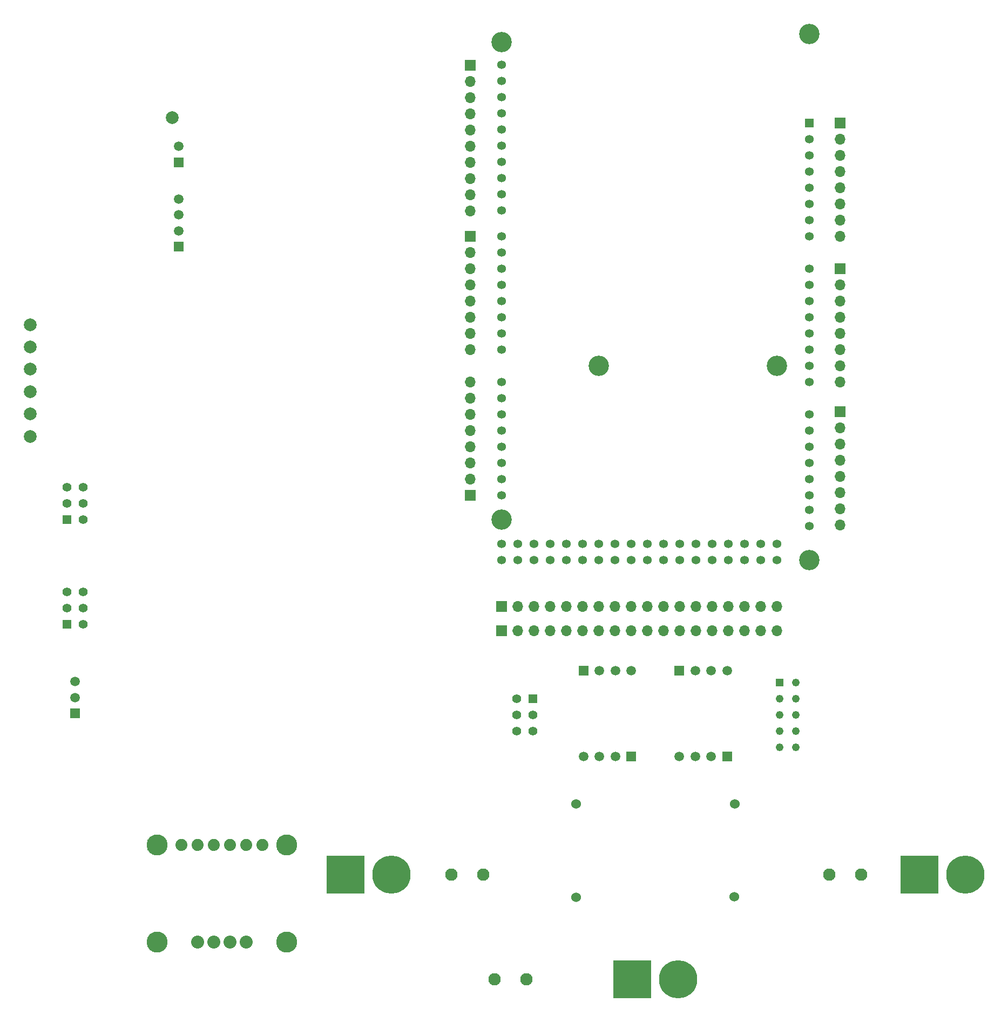
<source format=gbr>
%TF.GenerationSoftware,KiCad,Pcbnew,(6.0.9)*%
%TF.CreationDate,2023-07-09T09:32:53+10:00*%
%TF.ProjectId,Main 2.4,4d61696e-2032-42e3-942e-6b696361645f,rev?*%
%TF.SameCoordinates,Original*%
%TF.FileFunction,Soldermask,Bot*%
%TF.FilePolarity,Negative*%
%FSLAX46Y46*%
G04 Gerber Fmt 4.6, Leading zero omitted, Abs format (unit mm)*
G04 Created by KiCad (PCBNEW (6.0.9)) date 2023-07-09 09:32:53*
%MOMM*%
%LPD*%
G01*
G04 APERTURE LIST*
%ADD10C,1.879600*%
%ADD11C,2.032000*%
%ADD12C,3.301600*%
%ADD13R,1.700000X1.700000*%
%ADD14O,1.700000X1.700000*%
%ADD15C,6.000000*%
%ADD16R,6.000000X6.000000*%
%ADD17R,1.398000X1.398000*%
%ADD18C,1.398000*%
%ADD19C,2.000000*%
%ADD20R,1.508000X1.508000*%
%ADD21C,1.508000*%
%ADD22C,1.950000*%
%ADD23R,1.240000X1.240000*%
%ADD24C,1.240000*%
%ADD25C,1.524000*%
%ADD26C,3.200000*%
%ADD27C,1.358000*%
%ADD28R,1.358000X1.358000*%
G04 APERTURE END LIST*
%TO.C,U4*%
G36*
X123300500Y-196205500D02*
G01*
X120379500Y-196205500D01*
X120379500Y-194554500D01*
X123300500Y-194554500D01*
X123300500Y-196205500D01*
G37*
%TD*%
D10*
%TO.C,U4*%
X138350000Y-195380000D03*
X135810000Y-195380000D03*
X133270000Y-195380000D03*
X130730000Y-195380000D03*
X128190000Y-195380000D03*
X125650000Y-195380000D03*
D11*
X135810000Y-210620000D03*
X133270000Y-210620000D03*
X130730000Y-210620000D03*
X128190000Y-210620000D03*
D12*
X142160000Y-210620000D03*
X121840000Y-195380000D03*
X142160000Y-195380000D03*
X121840000Y-210620000D03*
%TD*%
D13*
%TO.C,J20*%
X171000000Y-99880000D03*
D14*
X171000000Y-102420000D03*
X171000000Y-104960000D03*
X171000000Y-107500000D03*
X171000000Y-110040000D03*
X171000000Y-112580000D03*
X171000000Y-115120000D03*
X171000000Y-117660000D03*
%TD*%
D15*
%TO.C,J5*%
X203600000Y-216500000D03*
D16*
X196400000Y-216500000D03*
%TD*%
D17*
%TO.C,J23*%
X107730000Y-160790000D03*
D18*
X107730000Y-158250000D03*
X107730000Y-155710000D03*
X110270000Y-160790000D03*
X110270000Y-158250000D03*
X110270000Y-155710000D03*
%TD*%
D19*
%TO.C,TP6*%
X102000000Y-131250000D03*
%TD*%
%TO.C,TP1*%
X102000000Y-113750000D03*
%TD*%
D13*
%TO.C,J22*%
X175890000Y-158000000D03*
D14*
X178430000Y-158000000D03*
X180970000Y-158000000D03*
X183510000Y-158000000D03*
X186050000Y-158000000D03*
X188590000Y-158000000D03*
X191130000Y-158000000D03*
X193670000Y-158000000D03*
X196210000Y-158000000D03*
X198750000Y-158000000D03*
X201290000Y-158000000D03*
X203830000Y-158000000D03*
X206370000Y-158000000D03*
X208910000Y-158000000D03*
X211450000Y-158000000D03*
X213990000Y-158000000D03*
X216530000Y-158000000D03*
X219070000Y-158000000D03*
%TD*%
D20*
%TO.C,J4*%
X211250000Y-181475000D03*
D21*
X208750000Y-181475000D03*
X206250000Y-181475000D03*
X203750000Y-181475000D03*
%TD*%
D17*
%TO.C,J9*%
X107730000Y-144290000D03*
D18*
X107730000Y-141750000D03*
X107730000Y-139210000D03*
X110270000Y-144290000D03*
X110270000Y-141750000D03*
X110270000Y-139210000D03*
%TD*%
D19*
%TO.C,TP4*%
X102000000Y-124250000D03*
%TD*%
D15*
%TO.C,J7*%
X248600000Y-200000000D03*
D16*
X241400000Y-200000000D03*
%TD*%
D19*
%TO.C,TP18*%
X124250000Y-81250000D03*
%TD*%
D20*
%TO.C,J25*%
X125275000Y-88250000D03*
D21*
X125275000Y-85750000D03*
%TD*%
D13*
%TO.C,J10*%
X229000000Y-82125000D03*
D14*
X229000000Y-84665000D03*
X229000000Y-87205000D03*
X229000000Y-89745000D03*
X229000000Y-92285000D03*
X229000000Y-94825000D03*
X229000000Y-97365000D03*
X229000000Y-99905000D03*
%TD*%
D13*
%TO.C,J19*%
X171000000Y-73050000D03*
D14*
X171000000Y-75590000D03*
X171000000Y-78130000D03*
X171000000Y-80670000D03*
X171000000Y-83210000D03*
X171000000Y-85750000D03*
X171000000Y-88290000D03*
X171000000Y-90830000D03*
X171000000Y-93370000D03*
X171000000Y-95910000D03*
%TD*%
D19*
%TO.C,TP2*%
X102000000Y-117250000D03*
%TD*%
D13*
%TO.C,J18*%
X175890000Y-161750000D03*
D14*
X178430000Y-161750000D03*
X180970000Y-161750000D03*
X183510000Y-161750000D03*
X186050000Y-161750000D03*
X188590000Y-161750000D03*
X191130000Y-161750000D03*
X193670000Y-161750000D03*
X196210000Y-161750000D03*
X198750000Y-161750000D03*
X201290000Y-161750000D03*
X203830000Y-161750000D03*
X206370000Y-161750000D03*
X208910000Y-161750000D03*
X211450000Y-161750000D03*
X213990000Y-161750000D03*
X216530000Y-161750000D03*
X219070000Y-161750000D03*
%TD*%
D19*
%TO.C,TP5*%
X102000000Y-127750000D03*
%TD*%
D22*
%TO.C,J6*%
X179750000Y-216500000D03*
X174750000Y-216500000D03*
%TD*%
%TO.C,J15*%
X168000000Y-200000000D03*
X173000000Y-200000000D03*
%TD*%
D20*
%TO.C,J3*%
X196250000Y-181475000D03*
D21*
X193750000Y-181475000D03*
X191250000Y-181475000D03*
X188750000Y-181475000D03*
%TD*%
D23*
%TO.C,J11*%
X219500000Y-169920000D03*
D24*
X222040000Y-169920000D03*
X219500000Y-172460000D03*
X222040000Y-172460000D03*
X219500000Y-175000000D03*
X222040000Y-175000000D03*
X219500000Y-177540000D03*
X222040000Y-177540000D03*
X219500000Y-180080000D03*
X222040000Y-180080000D03*
%TD*%
D13*
%TO.C,J21*%
X171000000Y-140530000D03*
D14*
X171000000Y-137990000D03*
X171000000Y-135450000D03*
X171000000Y-132910000D03*
X171000000Y-130370000D03*
X171000000Y-127830000D03*
X171000000Y-125290000D03*
X171000000Y-122750000D03*
%TD*%
D20*
%TO.C,J1*%
X188750000Y-168025000D03*
D21*
X191250000Y-168025000D03*
X193750000Y-168025000D03*
X196250000Y-168025000D03*
%TD*%
D20*
%TO.C,J2*%
X203750000Y-168025000D03*
D21*
X206250000Y-168025000D03*
X208750000Y-168025000D03*
X211250000Y-168025000D03*
%TD*%
D25*
%TO.C,U1*%
X187610000Y-188965000D03*
X187610000Y-203635000D03*
X212490000Y-188965000D03*
X212390000Y-203535000D03*
%TD*%
D26*
%TO.C,A1*%
X175870000Y-144370000D03*
X191110000Y-120240000D03*
X219050000Y-120240000D03*
X224130000Y-68170000D03*
X175870000Y-69440000D03*
X224130000Y-150720000D03*
D27*
X175870000Y-117700000D03*
X175870000Y-115160000D03*
X175870000Y-112620000D03*
X175870000Y-110080000D03*
X224130000Y-89760000D03*
X175870000Y-107540000D03*
X175870000Y-105000000D03*
X224130000Y-92300000D03*
X175870000Y-148180000D03*
X175870000Y-150720000D03*
X175870000Y-102460000D03*
X175870000Y-99920000D03*
X175870000Y-95856000D03*
X175870000Y-93316000D03*
X175870000Y-90776000D03*
X175870000Y-88236000D03*
X175870000Y-85696000D03*
X175870000Y-83156000D03*
X175870000Y-122780000D03*
X175870000Y-125320000D03*
X175870000Y-127860000D03*
X175870000Y-130400000D03*
X175870000Y-132940000D03*
X175870000Y-135480000D03*
X175870000Y-138020000D03*
X175870000Y-140560000D03*
X178410000Y-148180000D03*
X178410000Y-150720000D03*
X180950000Y-148180000D03*
X180950000Y-150720000D03*
X183490000Y-148180000D03*
X183490000Y-150720000D03*
X186030000Y-148180000D03*
X186030000Y-150720000D03*
X188570000Y-148180000D03*
X188570000Y-150720000D03*
X191110000Y-148180000D03*
X191110000Y-150720000D03*
X193650000Y-148180000D03*
X193650000Y-150720000D03*
X196190000Y-148180000D03*
X196190000Y-150720000D03*
X198730000Y-148180000D03*
X198730000Y-150720000D03*
X201270000Y-148180000D03*
X201270000Y-150720000D03*
X203810000Y-148180000D03*
X203810000Y-150720000D03*
X206350000Y-148180000D03*
X206350000Y-150720000D03*
X208890000Y-148180000D03*
X208890000Y-150720000D03*
X211430000Y-148180000D03*
X211430000Y-150720000D03*
X213970000Y-148180000D03*
X213970000Y-150720000D03*
X216510000Y-148180000D03*
X216510000Y-150720000D03*
X224130000Y-105000000D03*
X224130000Y-107540000D03*
X224130000Y-110080000D03*
X224130000Y-112620000D03*
X224130000Y-115160000D03*
X224130000Y-117700000D03*
X224130000Y-120240000D03*
X224130000Y-122780000D03*
X224130000Y-127860000D03*
X224130000Y-130400000D03*
X224130000Y-132940000D03*
X224130000Y-135480000D03*
X224130000Y-138020000D03*
X224130000Y-140560000D03*
X224130000Y-142846000D03*
X224130000Y-145386000D03*
X175870000Y-78076000D03*
X224130000Y-94840000D03*
X224130000Y-97380000D03*
X175870000Y-80616000D03*
X219050000Y-148180000D03*
X219050000Y-150720000D03*
X224130000Y-84680000D03*
D28*
X224130000Y-82140000D03*
D27*
X224130000Y-87220000D03*
X175870000Y-72996000D03*
X175870000Y-75536000D03*
X224130000Y-99920000D03*
%TD*%
D15*
%TO.C,J8*%
X158600000Y-200000000D03*
D16*
X151400000Y-200000000D03*
%TD*%
D20*
%TO.C,J24*%
X109000000Y-174750000D03*
D21*
X109000000Y-172250000D03*
X109000000Y-169750000D03*
%TD*%
D13*
%TO.C,J17*%
X229000000Y-127375000D03*
D14*
X229000000Y-129915000D03*
X229000000Y-132455000D03*
X229000000Y-134995000D03*
X229000000Y-137535000D03*
X229000000Y-140075000D03*
X229000000Y-142615000D03*
X229000000Y-145155000D03*
%TD*%
D19*
%TO.C,TP3*%
X102000000Y-120750000D03*
%TD*%
D20*
%TO.C,J13*%
X125275000Y-101500000D03*
D21*
X125275000Y-99000000D03*
X125275000Y-96500000D03*
X125275000Y-94000000D03*
%TD*%
D22*
%TO.C,J16*%
X227250000Y-200000000D03*
X232250000Y-200000000D03*
%TD*%
D13*
%TO.C,J14*%
X229000000Y-104970000D03*
D14*
X229000000Y-107510000D03*
X229000000Y-110050000D03*
X229000000Y-112590000D03*
X229000000Y-115130000D03*
X229000000Y-117670000D03*
X229000000Y-120210000D03*
X229000000Y-122750000D03*
%TD*%
D17*
%TO.C,J12*%
X180770000Y-172460000D03*
D18*
X180770000Y-175000000D03*
X180770000Y-177540000D03*
X178230000Y-172460000D03*
X178230000Y-175000000D03*
X178230000Y-177540000D03*
%TD*%
M02*

</source>
